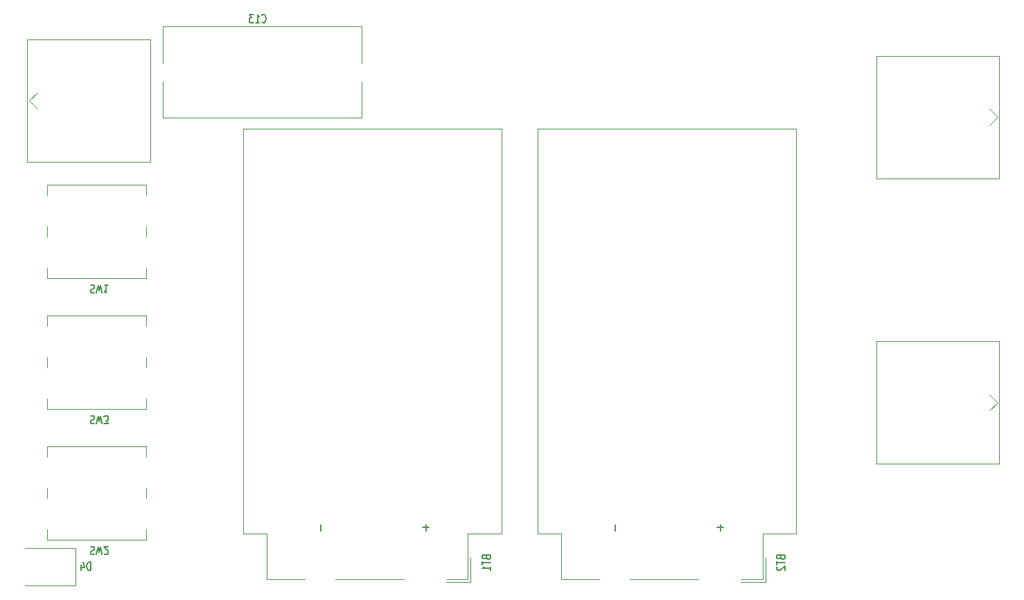
<source format=gbo>
%TF.GenerationSoftware,KiCad,Pcbnew,9.0.3*%
%TF.CreationDate,2025-08-29T14:27:29-04:00*%
%TF.ProjectId,Simple_LFLNA_RevA,53696d70-6c65-45f4-9c46-4c4e415f5265,rev?*%
%TF.SameCoordinates,Original*%
%TF.FileFunction,Legend,Bot*%
%TF.FilePolarity,Positive*%
%FSLAX46Y46*%
G04 Gerber Fmt 4.6, Leading zero omitted, Abs format (unit mm)*
G04 Created by KiCad (PCBNEW 9.0.3) date 2025-08-29 14:27:29*
%MOMM*%
%LPD*%
G01*
G04 APERTURE LIST*
%ADD10C,0.150000*%
%ADD11C,0.120000*%
%ADD12O,7.000000X3.500000*%
%ADD13O,2.500000X1.600000*%
%ADD14C,2.500000*%
%ADD15C,2.300000*%
%ADD16R,4.020000X2.410000*%
%ADD17O,4.020000X2.410000*%
%ADD18R,1.700000X1.700000*%
%ADD19C,1.700000*%
%ADD20R,2.010000X2.390000*%
%ADD21C,2.400000*%
G04 APERTURE END LIST*
D10*
X39419538Y-127257669D02*
X39533824Y-127210049D01*
X39533824Y-127210049D02*
X39724300Y-127210049D01*
X39724300Y-127210049D02*
X39800491Y-127257669D01*
X39800491Y-127257669D02*
X39838586Y-127305288D01*
X39838586Y-127305288D02*
X39876681Y-127400526D01*
X39876681Y-127400526D02*
X39876681Y-127495764D01*
X39876681Y-127495764D02*
X39838586Y-127591002D01*
X39838586Y-127591002D02*
X39800491Y-127638621D01*
X39800491Y-127638621D02*
X39724300Y-127686240D01*
X39724300Y-127686240D02*
X39571919Y-127733859D01*
X39571919Y-127733859D02*
X39495729Y-127781478D01*
X39495729Y-127781478D02*
X39457634Y-127829097D01*
X39457634Y-127829097D02*
X39419538Y-127924335D01*
X39419538Y-127924335D02*
X39419538Y-128019573D01*
X39419538Y-128019573D02*
X39457634Y-128114811D01*
X39457634Y-128114811D02*
X39495729Y-128162430D01*
X39495729Y-128162430D02*
X39571919Y-128210049D01*
X39571919Y-128210049D02*
X39762396Y-128210049D01*
X39762396Y-128210049D02*
X39876681Y-128162430D01*
X40143348Y-128210049D02*
X40333824Y-127210049D01*
X40333824Y-127210049D02*
X40486205Y-127924335D01*
X40486205Y-127924335D02*
X40638586Y-127210049D01*
X40638586Y-127210049D02*
X40829063Y-128210049D01*
X41057634Y-128210049D02*
X41552872Y-128210049D01*
X41552872Y-128210049D02*
X41286206Y-127829097D01*
X41286206Y-127829097D02*
X41400491Y-127829097D01*
X41400491Y-127829097D02*
X41476682Y-127781478D01*
X41476682Y-127781478D02*
X41514777Y-127733859D01*
X41514777Y-127733859D02*
X41552872Y-127638621D01*
X41552872Y-127638621D02*
X41552872Y-127400526D01*
X41552872Y-127400526D02*
X41514777Y-127305288D01*
X41514777Y-127305288D02*
X41476682Y-127257669D01*
X41476682Y-127257669D02*
X41400491Y-127210049D01*
X41400491Y-127210049D02*
X41171920Y-127210049D01*
X41171920Y-127210049D02*
X41095729Y-127257669D01*
X41095729Y-127257669D02*
X41057634Y-127305288D01*
X39419538Y-143257669D02*
X39533824Y-143210049D01*
X39533824Y-143210049D02*
X39724300Y-143210049D01*
X39724300Y-143210049D02*
X39800491Y-143257669D01*
X39800491Y-143257669D02*
X39838586Y-143305288D01*
X39838586Y-143305288D02*
X39876681Y-143400526D01*
X39876681Y-143400526D02*
X39876681Y-143495764D01*
X39876681Y-143495764D02*
X39838586Y-143591002D01*
X39838586Y-143591002D02*
X39800491Y-143638621D01*
X39800491Y-143638621D02*
X39724300Y-143686240D01*
X39724300Y-143686240D02*
X39571919Y-143733859D01*
X39571919Y-143733859D02*
X39495729Y-143781478D01*
X39495729Y-143781478D02*
X39457634Y-143829097D01*
X39457634Y-143829097D02*
X39419538Y-143924335D01*
X39419538Y-143924335D02*
X39419538Y-144019573D01*
X39419538Y-144019573D02*
X39457634Y-144114811D01*
X39457634Y-144114811D02*
X39495729Y-144162430D01*
X39495729Y-144162430D02*
X39571919Y-144210049D01*
X39571919Y-144210049D02*
X39762396Y-144210049D01*
X39762396Y-144210049D02*
X39876681Y-144162430D01*
X40143348Y-144210049D02*
X40333824Y-143210049D01*
X40333824Y-143210049D02*
X40486205Y-143924335D01*
X40486205Y-143924335D02*
X40638586Y-143210049D01*
X40638586Y-143210049D02*
X40829063Y-144210049D01*
X41095729Y-144114811D02*
X41133825Y-144162430D01*
X41133825Y-144162430D02*
X41210015Y-144210049D01*
X41210015Y-144210049D02*
X41400491Y-144210049D01*
X41400491Y-144210049D02*
X41476682Y-144162430D01*
X41476682Y-144162430D02*
X41514777Y-144114811D01*
X41514777Y-144114811D02*
X41552872Y-144019573D01*
X41552872Y-144019573D02*
X41552872Y-143924335D01*
X41552872Y-143924335D02*
X41514777Y-143781478D01*
X41514777Y-143781478D02*
X41057634Y-143210049D01*
X41057634Y-143210049D02*
X41552872Y-143210049D01*
X39419538Y-111257669D02*
X39533824Y-111210049D01*
X39533824Y-111210049D02*
X39724300Y-111210049D01*
X39724300Y-111210049D02*
X39800491Y-111257669D01*
X39800491Y-111257669D02*
X39838586Y-111305288D01*
X39838586Y-111305288D02*
X39876681Y-111400526D01*
X39876681Y-111400526D02*
X39876681Y-111495764D01*
X39876681Y-111495764D02*
X39838586Y-111591002D01*
X39838586Y-111591002D02*
X39800491Y-111638621D01*
X39800491Y-111638621D02*
X39724300Y-111686240D01*
X39724300Y-111686240D02*
X39571919Y-111733859D01*
X39571919Y-111733859D02*
X39495729Y-111781478D01*
X39495729Y-111781478D02*
X39457634Y-111829097D01*
X39457634Y-111829097D02*
X39419538Y-111924335D01*
X39419538Y-111924335D02*
X39419538Y-112019573D01*
X39419538Y-112019573D02*
X39457634Y-112114811D01*
X39457634Y-112114811D02*
X39495729Y-112162430D01*
X39495729Y-112162430D02*
X39571919Y-112210049D01*
X39571919Y-112210049D02*
X39762396Y-112210049D01*
X39762396Y-112210049D02*
X39876681Y-112162430D01*
X40143348Y-112210049D02*
X40333824Y-111210049D01*
X40333824Y-111210049D02*
X40486205Y-111924335D01*
X40486205Y-111924335D02*
X40638586Y-111210049D01*
X40638586Y-111210049D02*
X40829063Y-112210049D01*
X41552872Y-111210049D02*
X41095729Y-111210049D01*
X41324301Y-111210049D02*
X41324301Y-112210049D01*
X41324301Y-112210049D02*
X41248110Y-112067192D01*
X41248110Y-112067192D02*
X41171920Y-111971954D01*
X41171920Y-111971954D02*
X41095729Y-111924335D01*
X123752215Y-144571297D02*
X123799834Y-144685583D01*
X123799834Y-144685583D02*
X123847453Y-144723678D01*
X123847453Y-144723678D02*
X123942691Y-144761774D01*
X123942691Y-144761774D02*
X124085548Y-144761774D01*
X124085548Y-144761774D02*
X124180786Y-144723678D01*
X124180786Y-144723678D02*
X124228406Y-144685583D01*
X124228406Y-144685583D02*
X124276025Y-144609393D01*
X124276025Y-144609393D02*
X124276025Y-144304631D01*
X124276025Y-144304631D02*
X123276025Y-144304631D01*
X123276025Y-144304631D02*
X123276025Y-144571297D01*
X123276025Y-144571297D02*
X123323644Y-144647488D01*
X123323644Y-144647488D02*
X123371263Y-144685583D01*
X123371263Y-144685583D02*
X123466501Y-144723678D01*
X123466501Y-144723678D02*
X123561739Y-144723678D01*
X123561739Y-144723678D02*
X123656977Y-144685583D01*
X123656977Y-144685583D02*
X123704596Y-144647488D01*
X123704596Y-144647488D02*
X123752215Y-144571297D01*
X123752215Y-144571297D02*
X123752215Y-144304631D01*
X123276025Y-144990345D02*
X123276025Y-145447488D01*
X124276025Y-145218916D02*
X123276025Y-145218916D01*
X123371263Y-145676059D02*
X123323644Y-145714155D01*
X123323644Y-145714155D02*
X123276025Y-145790345D01*
X123276025Y-145790345D02*
X123276025Y-145980821D01*
X123276025Y-145980821D02*
X123323644Y-146057012D01*
X123323644Y-146057012D02*
X123371263Y-146095107D01*
X123371263Y-146095107D02*
X123466501Y-146133202D01*
X123466501Y-146133202D02*
X123561739Y-146133202D01*
X123561739Y-146133202D02*
X123704596Y-146095107D01*
X123704596Y-146095107D02*
X124276025Y-145637964D01*
X124276025Y-145637964D02*
X124276025Y-146133202D01*
X116395072Y-140501185D02*
X116395072Y-141263090D01*
X116776025Y-140882137D02*
X116014120Y-140882137D01*
X103515072Y-140501185D02*
X103515072Y-141263090D01*
X87752215Y-144571297D02*
X87799834Y-144685583D01*
X87799834Y-144685583D02*
X87847453Y-144723678D01*
X87847453Y-144723678D02*
X87942691Y-144761774D01*
X87942691Y-144761774D02*
X88085548Y-144761774D01*
X88085548Y-144761774D02*
X88180786Y-144723678D01*
X88180786Y-144723678D02*
X88228406Y-144685583D01*
X88228406Y-144685583D02*
X88276025Y-144609393D01*
X88276025Y-144609393D02*
X88276025Y-144304631D01*
X88276025Y-144304631D02*
X87276025Y-144304631D01*
X87276025Y-144304631D02*
X87276025Y-144571297D01*
X87276025Y-144571297D02*
X87323644Y-144647488D01*
X87323644Y-144647488D02*
X87371263Y-144685583D01*
X87371263Y-144685583D02*
X87466501Y-144723678D01*
X87466501Y-144723678D02*
X87561739Y-144723678D01*
X87561739Y-144723678D02*
X87656977Y-144685583D01*
X87656977Y-144685583D02*
X87704596Y-144647488D01*
X87704596Y-144647488D02*
X87752215Y-144571297D01*
X87752215Y-144571297D02*
X87752215Y-144304631D01*
X87276025Y-144990345D02*
X87276025Y-145447488D01*
X88276025Y-145218916D02*
X87276025Y-145218916D01*
X88276025Y-146133202D02*
X88276025Y-145676059D01*
X88276025Y-145904631D02*
X87276025Y-145904631D01*
X87276025Y-145904631D02*
X87418882Y-145828440D01*
X87418882Y-145828440D02*
X87514120Y-145752250D01*
X87514120Y-145752250D02*
X87561739Y-145676059D01*
X80395072Y-140501185D02*
X80395072Y-141263090D01*
X80776025Y-140882137D02*
X80014120Y-140882137D01*
X67515072Y-140501185D02*
X67515072Y-141263090D01*
X39426681Y-146134688D02*
X39426681Y-145134688D01*
X39426681Y-145134688D02*
X39236205Y-145134688D01*
X39236205Y-145134688D02*
X39121919Y-145182307D01*
X39121919Y-145182307D02*
X39045729Y-145277545D01*
X39045729Y-145277545D02*
X39007634Y-145372783D01*
X39007634Y-145372783D02*
X38969538Y-145563259D01*
X38969538Y-145563259D02*
X38969538Y-145706116D01*
X38969538Y-145706116D02*
X39007634Y-145896592D01*
X39007634Y-145896592D02*
X39045729Y-145991830D01*
X39045729Y-145991830D02*
X39121919Y-146087069D01*
X39121919Y-146087069D02*
X39236205Y-146134688D01*
X39236205Y-146134688D02*
X39426681Y-146134688D01*
X38283824Y-145468021D02*
X38283824Y-146134688D01*
X38474300Y-145087069D02*
X38664777Y-145801354D01*
X38664777Y-145801354D02*
X38169538Y-145801354D01*
X60350491Y-79039449D02*
X60388587Y-79087069D01*
X60388587Y-79087069D02*
X60502872Y-79134688D01*
X60502872Y-79134688D02*
X60579063Y-79134688D01*
X60579063Y-79134688D02*
X60693349Y-79087069D01*
X60693349Y-79087069D02*
X60769539Y-78991830D01*
X60769539Y-78991830D02*
X60807634Y-78896592D01*
X60807634Y-78896592D02*
X60845730Y-78706116D01*
X60845730Y-78706116D02*
X60845730Y-78563259D01*
X60845730Y-78563259D02*
X60807634Y-78372783D01*
X60807634Y-78372783D02*
X60769539Y-78277545D01*
X60769539Y-78277545D02*
X60693349Y-78182307D01*
X60693349Y-78182307D02*
X60579063Y-78134688D01*
X60579063Y-78134688D02*
X60502872Y-78134688D01*
X60502872Y-78134688D02*
X60388587Y-78182307D01*
X60388587Y-78182307D02*
X60350491Y-78229926D01*
X59588587Y-79134688D02*
X60045730Y-79134688D01*
X59817158Y-79134688D02*
X59817158Y-78134688D01*
X59817158Y-78134688D02*
X59893349Y-78277545D01*
X59893349Y-78277545D02*
X59969539Y-78372783D01*
X59969539Y-78372783D02*
X60045730Y-78420402D01*
X59321920Y-78134688D02*
X58826682Y-78134688D01*
X58826682Y-78134688D02*
X59093348Y-78515640D01*
X59093348Y-78515640D02*
X58979063Y-78515640D01*
X58979063Y-78515640D02*
X58902872Y-78563259D01*
X58902872Y-78563259D02*
X58864777Y-78610878D01*
X58864777Y-78610878D02*
X58826682Y-78706116D01*
X58826682Y-78706116D02*
X58826682Y-78944211D01*
X58826682Y-78944211D02*
X58864777Y-79039449D01*
X58864777Y-79039449D02*
X58902872Y-79087069D01*
X58902872Y-79087069D02*
X58979063Y-79134688D01*
X58979063Y-79134688D02*
X59207634Y-79134688D01*
X59207634Y-79134688D02*
X59283825Y-79087069D01*
X59283825Y-79087069D02*
X59321920Y-79039449D01*
D11*
%TO.C,J2*%
X46686206Y-96179869D02*
X46686206Y-81179869D01*
X31686206Y-96179869D02*
X46686206Y-96179869D01*
X31886206Y-88679869D02*
X32886206Y-89679869D01*
X31886206Y-88679869D02*
X32886206Y-87679869D01*
X46686206Y-81179869D02*
X31686206Y-81179869D01*
X31686206Y-81179869D02*
X31686206Y-96179869D01*
%TO.C,SW3*%
X34136206Y-126394869D02*
X34136206Y-125124869D01*
X34136206Y-121314869D02*
X34136206Y-120044869D01*
X34136206Y-116234869D02*
X34136206Y-114964869D01*
X34136206Y-114964869D02*
X46201206Y-114964869D01*
X46201206Y-126394869D02*
X34136206Y-126394869D01*
X46201206Y-125124869D02*
X46201206Y-126394869D01*
X46201206Y-120044869D02*
X46201206Y-121314869D01*
X46201206Y-114964869D02*
X46201206Y-116234869D01*
%TO.C,SW2*%
X34136206Y-142394869D02*
X34136206Y-141124869D01*
X34136206Y-137314869D02*
X34136206Y-136044869D01*
X34136206Y-132234869D02*
X34136206Y-130964869D01*
X34136206Y-130964869D02*
X46201206Y-130964869D01*
X46201206Y-142394869D02*
X34136206Y-142394869D01*
X46201206Y-141124869D02*
X46201206Y-142394869D01*
X46201206Y-136044869D02*
X46201206Y-137314869D01*
X46201206Y-130964869D02*
X46201206Y-132234869D01*
%TO.C,SW1*%
X34136206Y-110394869D02*
X34136206Y-109124869D01*
X34136206Y-105314869D02*
X34136206Y-104044869D01*
X34136206Y-100234869D02*
X34136206Y-98964869D01*
X34136206Y-98964869D02*
X46201206Y-98964869D01*
X46201206Y-110394869D02*
X34136206Y-110394869D01*
X46201206Y-109124869D02*
X46201206Y-110394869D01*
X46201206Y-104044869D02*
X46201206Y-105314869D01*
X46201206Y-98964869D02*
X46201206Y-100234869D01*
%TO.C,J5*%
X150456206Y-98179869D02*
X150456206Y-83179869D01*
X135456206Y-98179869D02*
X150456206Y-98179869D01*
X150256206Y-90679869D02*
X149256206Y-91679869D01*
X150256206Y-90679869D02*
X149256206Y-89679869D01*
X150456206Y-83179869D02*
X135456206Y-83179869D01*
X135456206Y-83179869D02*
X135456206Y-98179869D01*
%TO.C,J1*%
X150456206Y-133099869D02*
X150456206Y-118099869D01*
X135456206Y-133099869D02*
X150456206Y-133099869D01*
X150256206Y-125599869D02*
X149256206Y-126599869D01*
X150256206Y-125599869D02*
X149256206Y-124599869D01*
X150456206Y-118099869D02*
X135456206Y-118099869D01*
X135456206Y-118099869D02*
X135456206Y-133099869D01*
%TO.C,BT2*%
X121871206Y-147599869D02*
X118871206Y-147599869D01*
X121871206Y-147599869D02*
X121871206Y-144599869D01*
X121531206Y-147259869D02*
X118971206Y-147259869D01*
X113671206Y-147259869D02*
X105321206Y-147259869D01*
X96941206Y-147259869D02*
X101621206Y-147259869D01*
X125631206Y-141659869D02*
X121531206Y-141659869D01*
X121531206Y-141659869D02*
X121531206Y-147259869D01*
X96941206Y-141659869D02*
X96941206Y-147259869D01*
X94041206Y-141659869D02*
X96941206Y-141659869D01*
X125631206Y-92099869D02*
X125631206Y-141659869D01*
X94041206Y-92099869D02*
X94041206Y-141659869D01*
X94041206Y-92099869D02*
X125631206Y-92099869D01*
%TO.C,BT1*%
X85871206Y-147599869D02*
X82871206Y-147599869D01*
X85871206Y-147599869D02*
X85871206Y-144599869D01*
X85531206Y-147259869D02*
X82971206Y-147259869D01*
X77671206Y-147259869D02*
X69321206Y-147259869D01*
X60941206Y-147259869D02*
X65621206Y-147259869D01*
X89631206Y-141659869D02*
X85531206Y-141659869D01*
X85531206Y-141659869D02*
X85531206Y-147259869D01*
X60941206Y-141659869D02*
X60941206Y-147259869D01*
X58041206Y-141659869D02*
X60941206Y-141659869D01*
X89631206Y-92099869D02*
X89631206Y-141659869D01*
X58041206Y-92099869D02*
X58041206Y-141659869D01*
X58041206Y-92099869D02*
X89631206Y-92099869D01*
%TO.C,D4*%
X37606206Y-143399869D02*
X37606206Y-147959869D01*
X37606206Y-143399869D02*
X31386206Y-143399869D01*
X37606206Y-147959869D02*
X31386206Y-147959869D01*
%TO.C,C13*%
X48266206Y-90749869D02*
X72506206Y-90749869D01*
X48266206Y-86326869D02*
X48266206Y-90749869D01*
X48266206Y-79609869D02*
X48266206Y-84032869D01*
X72506206Y-90749869D02*
X72506206Y-86326869D01*
X72506206Y-84032869D02*
X72506206Y-79609869D01*
X72506206Y-79609869D02*
X48266206Y-79609869D01*
%TD*%
%LPC*%
D12*
%TO.C,J2*%
X39306206Y-93759869D03*
D13*
X44386206Y-86139869D03*
D12*
X39306206Y-83599869D03*
D13*
X44386206Y-88679869D03*
%TD*%
D14*
%TO.C,SW3*%
X46836206Y-123219869D03*
X50646206Y-123219869D03*
X54456206Y-123219869D03*
X46836206Y-118139869D03*
X50646206Y-118139869D03*
X54456206Y-118139869D03*
X34136206Y-123219869D03*
X34136206Y-118139869D03*
%TD*%
%TO.C,SW2*%
X46836206Y-139219869D03*
X50646206Y-139219869D03*
X54456206Y-139219869D03*
X46836206Y-134139869D03*
X50646206Y-134139869D03*
X54456206Y-134139869D03*
X34136206Y-139219869D03*
X34136206Y-134139869D03*
%TD*%
%TO.C,SW1*%
X46836206Y-107219869D03*
X50646206Y-107219869D03*
X54456206Y-107219869D03*
X46836206Y-102139869D03*
X50646206Y-102139869D03*
X54456206Y-102139869D03*
X34136206Y-107219869D03*
X34136206Y-102139869D03*
%TD*%
D13*
%TO.C,J5*%
X137756206Y-90679869D03*
D12*
X142836206Y-95759869D03*
D13*
X137756206Y-93219869D03*
D12*
X142836206Y-85599869D03*
%TD*%
D13*
%TO.C,J1*%
X137756206Y-125599869D03*
D12*
X142836206Y-130679869D03*
D13*
X137756206Y-128139869D03*
D12*
X142836206Y-120519869D03*
%TD*%
D15*
%TO.C,BT2*%
X98701206Y-132909869D03*
X121051206Y-119419869D03*
X98701206Y-105939869D03*
D16*
X116321206Y-145199869D03*
D17*
X103441206Y-145199869D03*
%TD*%
D15*
%TO.C,BT1*%
X62701206Y-132909869D03*
X85051206Y-119419869D03*
X62701206Y-105939869D03*
D16*
X80321206Y-145199869D03*
D17*
X67441206Y-145199869D03*
%TD*%
D18*
%TO.C,J4*%
X131836206Y-138139869D03*
D19*
X131836206Y-140679869D03*
X131836206Y-143219869D03*
%TD*%
D20*
%TO.C,D4*%
X36036206Y-145679869D03*
X32836206Y-145679869D03*
%TD*%
D21*
%TO.C,C13*%
X49136206Y-85179869D03*
X71636206Y-85179869D03*
%TD*%
%LPD*%
M02*

</source>
